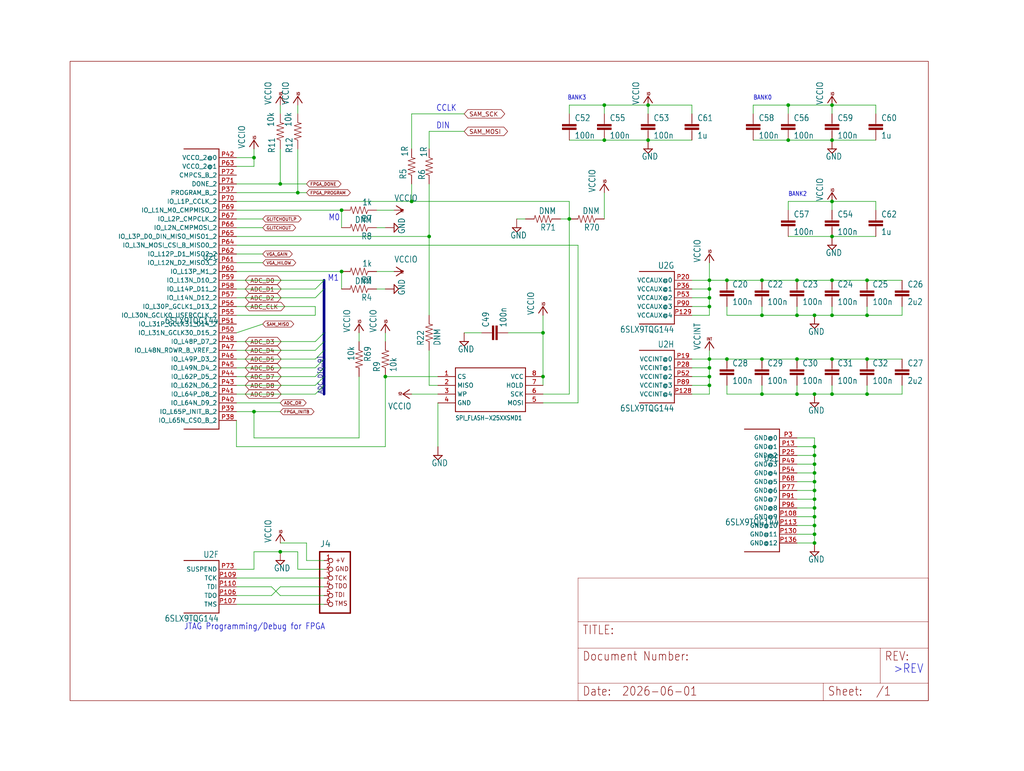
<source format=kicad_sch>
(kicad_sch (version 20230121) (generator eeschema)
  (paper "User" 297.002 223.571)
  (junction (at 205.74 81.28))
  (junction (at 187.96 30.48))
  (junction (at 236.22 157.48))
  (junction (at 236.22 142.24))
  (junction (at 99.06 78.74))
  (junction (at 236.22 149.86))
  (junction (at 124.46 68.58))
  (junction (at 236.22 144.78))
  (junction (at 86.36 55.88))
  (junction (at 205.74 88.9))
  (junction (at 236.22 129.54))
  (junction (at 251.46 91.44))
  (junction (at 205.74 111.76))
  (junction (at 220.98 114.3))
  (junction (at 73.66 119.38))
  (junction (at 205.74 104.14))
  (junction (at 157.48 96.52))
  (junction (at 81.28 160.02))
  (junction (at 236.22 134.62))
  (junction (at 228.6 40.64))
  (junction (at 111.76 109.22))
  (junction (at 228.6 30.48))
  (junction (at 241.3 104.14))
  (junction (at 210.82 104.14))
  (junction (at 220.98 104.14))
  (junction (at 241.3 91.44))
  (junction (at 236.22 137.16))
  (junction (at 231.14 91.44))
  (junction (at 231.14 104.14))
  (junction (at 251.46 114.3))
  (junction (at 205.74 86.36))
  (junction (at 241.3 58.42))
  (junction (at 220.98 91.44))
  (junction (at 236.22 132.08))
  (junction (at 81.28 53.34))
  (junction (at 241.3 114.3))
  (junction (at 236.22 147.32))
  (junction (at 251.46 104.14))
  (junction (at 157.48 109.22))
  (junction (at 241.3 30.48))
  (junction (at 241.3 40.64))
  (junction (at 231.14 114.3))
  (junction (at 236.22 154.94))
  (junction (at 73.66 45.72))
  (junction (at 241.3 81.28))
  (junction (at 236.22 91.44))
  (junction (at 165.1 63.5))
  (junction (at 241.3 68.58))
  (junction (at 210.82 81.28))
  (junction (at 205.74 83.82))
  (junction (at 119.38 58.42))
  (junction (at 236.22 139.7))
  (junction (at 251.46 81.28))
  (junction (at 175.26 40.64))
  (junction (at 231.14 81.28))
  (junction (at 236.22 114.3))
  (junction (at 187.96 40.64))
  (junction (at 205.74 106.68))
  (junction (at 220.98 81.28))
  (junction (at 236.22 152.4))
  (junction (at 175.26 30.48))
  (junction (at 205.74 109.22))
  (junction (at 99.06 60.96))
  (bus_entry (at 91.44 99.06) (size 2.54 -2.54))
  (bus_entry (at 91.44 86.36) (size 2.54 -2.54))
  (bus_entry (at 91.44 111.76) (size 2.54 -2.54))
  (bus_entry (at 91.44 104.14) (size 2.54 -2.54))
  (bus_entry (at 91.44 106.68) (size 2.54 -2.54))
  (bus_entry (at 91.44 114.3) (size 2.54 -2.54))
  (bus_entry (at 91.44 101.6) (size 2.54 -2.54))
  (bus_entry (at 91.44 83.82) (size 2.54 -2.54))
  (bus_entry (at 91.44 109.22) (size 2.54 -2.54))
  (wire (pts (xy 210.82 104.14) (xy 220.98 104.14)) (stroke (width 0.1524)))
  (wire (pts (xy 86.36 30.48) (xy 86.36 33.02)) (stroke (width 0.1524)))
  (wire (pts (xy 68.58 96.52) (xy 76.2 93.98)) (stroke (width 0.1524)))
  (wire (pts (xy 218.44 30.48) (xy 228.6 30.48)) (stroke (width 0.1524)))
  (wire (pts (xy 68.58 48.26) (xy 73.66 48.26)) (stroke (width 0.1524)))
  (wire (pts (xy 241.3 91.44) (xy 251.46 91.44)) (stroke (width 0.1524)))
  (wire (pts (xy 147.32 96.52) (xy 157.48 96.52)) (stroke (width 0.1524)))
  (wire (pts (xy 88.9 162.56) (xy 93.98 162.56)) (stroke (width 0.1524)))
  (wire (pts (xy 167.64 116.84) (xy 157.48 116.84)) (stroke (width 0.1524)))
  (wire (pts (xy 231.14 127) (xy 236.22 127)) (stroke (width 0.1524)))
  (wire (pts (xy 251.46 114.3) (xy 261.62 114.3)) (stroke (width 0.1524)))
  (wire (pts (xy 210.82 114.3) (xy 220.98 114.3)) (stroke (width 0.1524)))
  (wire (pts (xy 68.58 175.26) (xy 93.98 175.26)) (stroke (width 0.1524)))
  (wire (pts (xy 231.14 81.28) (xy 241.3 81.28)) (stroke (width 0.1524)))
  (wire (pts (xy 104.14 109.22) (xy 104.14 127)) (stroke (width 0.1524)))
  (wire (pts (xy 231.14 129.54) (xy 236.22 129.54)) (stroke (width 0.1524)))
  (wire (pts (xy 81.28 172.72) (xy 93.98 172.72)) (stroke (width 0.1524)))
  (wire (pts (xy 205.74 106.68) (xy 205.74 104.14)) (stroke (width 0.1524)))
  (wire (pts (xy 124.46 53.34) (xy 124.46 68.58)) (stroke (width 0.1524)))
  (wire (pts (xy 251.46 91.44) (xy 261.62 91.44)) (stroke (width 0.1524)))
  (bus (pts (xy 93.98 109.22) (xy 93.98 106.68)) (stroke (width 0.762)))
  (wire (pts (xy 220.98 111.76) (xy 220.98 114.3)) (stroke (width 0.1524)))
  (wire (pts (xy 119.38 53.34) (xy 119.38 58.42)) (stroke (width 0.1524)))
  (wire (pts (xy 175.26 30.48) (xy 187.96 30.48)) (stroke (width 0.1524)))
  (wire (pts (xy 236.22 144.78) (xy 236.22 147.32)) (stroke (width 0.1524)))
  (wire (pts (xy 119.38 58.42) (xy 165.1 58.42)) (stroke (width 0.1524)))
  (wire (pts (xy 124.46 68.58) (xy 124.46 91.44)) (stroke (width 0.1524)))
  (wire (pts (xy 241.3 40.64) (xy 254 40.64)) (stroke (width 0.1524)))
  (wire (pts (xy 228.6 30.48) (xy 241.3 30.48)) (stroke (width 0.1524)))
  (wire (pts (xy 68.58 88.9) (xy 91.44 88.9)) (stroke (width 0.1524)))
  (wire (pts (xy 109.22 66.04) (xy 111.76 66.04)) (stroke (width 0.1524)))
  (wire (pts (xy 78.74 172.72) (xy 68.58 172.72)) (stroke (width 0.1524)))
  (wire (pts (xy 228.6 60.96) (xy 228.6 58.42)) (stroke (width 0.1524)))
  (wire (pts (xy 68.58 121.92) (xy 68.58 129.54)) (stroke (width 0.1524)))
  (wire (pts (xy 241.3 30.48) (xy 254 30.48)) (stroke (width 0.1524)))
  (wire (pts (xy 73.66 45.72) (xy 73.66 43.18)) (stroke (width 0.1524)))
  (wire (pts (xy 200.66 81.28) (xy 205.74 81.28)) (stroke (width 0.1524)))
  (wire (pts (xy 228.6 68.58) (xy 241.3 68.58)) (stroke (width 0.1524)))
  (wire (pts (xy 200.66 114.3) (xy 205.74 114.3)) (stroke (width 0.1524)))
  (wire (pts (xy 200.66 83.82) (xy 205.74 83.82)) (stroke (width 0.1524)))
  (wire (pts (xy 165.1 114.3) (xy 157.48 114.3)) (stroke (width 0.1524)))
  (wire (pts (xy 261.62 91.44) (xy 261.62 88.9)) (stroke (width 0.1524)))
  (wire (pts (xy 111.76 129.54) (xy 111.76 109.22)) (stroke (width 0.1524)))
  (wire (pts (xy 210.82 91.44) (xy 220.98 91.44)) (stroke (width 0.1524)))
  (wire (pts (xy 73.66 165.1) (xy 73.66 160.02)) (stroke (width 0.1524)))
  (wire (pts (xy 93.98 165.1) (xy 86.36 165.1)) (stroke (width 0.1524)))
  (wire (pts (xy 88.9 157.48) (xy 88.9 162.56)) (stroke (width 0.1524)))
  (wire (pts (xy 218.44 40.64) (xy 228.6 40.64)) (stroke (width 0.1524)))
  (wire (pts (xy 73.66 119.38) (xy 81.28 119.38)) (stroke (width 0.1524)))
  (bus (pts (xy 93.98 99.06) (xy 93.98 96.52)) (stroke (width 0.762)))
  (wire (pts (xy 236.22 134.62) (xy 236.22 137.16)) (stroke (width 0.1524)))
  (wire (pts (xy 231.14 157.48) (xy 236.22 157.48)) (stroke (width 0.1524)))
  (wire (pts (xy 81.28 53.34) (xy 88.9 53.34)) (stroke (width 0.1524)))
  (wire (pts (xy 200.66 104.14) (xy 205.74 104.14)) (stroke (width 0.1524)))
  (wire (pts (xy 68.58 170.18) (xy 78.74 170.18)) (stroke (width 0.1524)))
  (wire (pts (xy 68.58 101.6) (xy 91.44 101.6)) (stroke (width 0.1524)))
  (wire (pts (xy 81.28 43.18) (xy 81.28 53.34)) (stroke (width 0.1524)))
  (bus (pts (xy 93.98 96.52) (xy 93.98 83.82)) (stroke (width 0.762)))
  (wire (pts (xy 218.44 33.02) (xy 218.44 30.48)) (stroke (width 0.1524)))
  (wire (pts (xy 236.22 152.4) (xy 236.22 154.94)) (stroke (width 0.1524)))
  (wire (pts (xy 68.58 119.38) (xy 73.66 119.38)) (stroke (width 0.1524)))
  (wire (pts (xy 68.58 167.64) (xy 93.98 167.64)) (stroke (width 0.1524)))
  (wire (pts (xy 152.4 63.5) (xy 149.86 63.5)) (stroke (width 0.1524)))
  (wire (pts (xy 91.44 88.9) (xy 91.44 91.44)) (stroke (width 0.1524)))
  (wire (pts (xy 220.98 81.28) (xy 231.14 81.28)) (stroke (width 0.1524)))
  (wire (pts (xy 236.22 154.94) (xy 236.22 157.48)) (stroke (width 0.1524)))
  (wire (pts (xy 210.82 88.9) (xy 210.82 91.44)) (stroke (width 0.1524)))
  (wire (pts (xy 241.3 68.58) (xy 254 68.58)) (stroke (width 0.1524)))
  (wire (pts (xy 68.58 106.68) (xy 91.44 106.68)) (stroke (width 0.1524)))
  (wire (pts (xy 231.14 104.14) (xy 241.3 104.14)) (stroke (width 0.1524)))
  (wire (pts (xy 86.36 43.18) (xy 86.36 55.88)) (stroke (width 0.1524)))
  (wire (pts (xy 111.76 109.22) (xy 127 109.22)) (stroke (width 0.1524)))
  (wire (pts (xy 231.14 88.9) (xy 231.14 91.44)) (stroke (width 0.1524)))
  (wire (pts (xy 93.98 170.18) (xy 81.28 170.18)) (stroke (width 0.1524)))
  (wire (pts (xy 68.58 76.2) (xy 76.2 76.2)) (stroke (width 0.1524)))
  (wire (pts (xy 205.74 88.9) (xy 205.74 86.36)) (stroke (width 0.1524)))
  (wire (pts (xy 124.46 43.18) (xy 124.46 38.1)) (stroke (width 0.1524)))
  (wire (pts (xy 205.74 114.3) (xy 205.74 111.76)) (stroke (width 0.1524)))
  (wire (pts (xy 68.58 165.1) (xy 73.66 165.1)) (stroke (width 0.1524)))
  (wire (pts (xy 236.22 129.54) (xy 236.22 132.08)) (stroke (width 0.1524)))
  (wire (pts (xy 200.66 109.22) (xy 205.74 109.22)) (stroke (width 0.1524)))
  (wire (pts (xy 78.74 170.18) (xy 81.28 172.72)) (stroke (width 0.1524)))
  (wire (pts (xy 220.98 88.9) (xy 220.98 91.44)) (stroke (width 0.1524)))
  (wire (pts (xy 114.3 78.74) (xy 109.22 78.74)) (stroke (width 0.1524)))
  (wire (pts (xy 114.3 60.96) (xy 109.22 60.96)) (stroke (width 0.1524)))
  (wire (pts (xy 228.6 33.02) (xy 228.6 30.48)) (stroke (width 0.1524)))
  (wire (pts (xy 81.28 30.48) (xy 81.28 33.02)) (stroke (width 0.1524)))
  (wire (pts (xy 68.58 116.84) (xy 81.28 116.84)) (stroke (width 0.1524)))
  (wire (pts (xy 236.22 142.24) (xy 236.22 144.78)) (stroke (width 0.1524)))
  (wire (pts (xy 200.66 91.44) (xy 205.74 91.44)) (stroke (width 0.1524)))
  (wire (pts (xy 175.26 40.64) (xy 187.96 40.64)) (stroke (width 0.1524)))
  (wire (pts (xy 165.1 33.02) (xy 165.1 30.48)) (stroke (width 0.1524)))
  (wire (pts (xy 68.58 53.34) (xy 81.28 53.34)) (stroke (width 0.1524)))
  (wire (pts (xy 231.14 111.76) (xy 231.14 114.3)) (stroke (width 0.1524)))
  (wire (pts (xy 205.74 86.36) (xy 205.74 83.82)) (stroke (width 0.1524)))
  (wire (pts (xy 231.14 147.32) (xy 236.22 147.32)) (stroke (width 0.1524)))
  (wire (pts (xy 200.66 86.36) (xy 205.74 86.36)) (stroke (width 0.1524)))
  (wire (pts (xy 231.14 137.16) (xy 236.22 137.16)) (stroke (width 0.1524)))
  (wire (pts (xy 231.14 132.08) (xy 236.22 132.08)) (stroke (width 0.1524)))
  (wire (pts (xy 165.1 30.48) (xy 175.26 30.48)) (stroke (width 0.1524)))
  (wire (pts (xy 205.74 81.28) (xy 205.74 76.2)) (stroke (width 0.1524)))
  (wire (pts (xy 81.28 170.18) (xy 78.74 172.72)) (stroke (width 0.1524)))
  (wire (pts (xy 91.44 91.44) (xy 68.58 91.44)) (stroke (width 0.1524)))
  (wire (pts (xy 210.82 81.28) (xy 220.98 81.28)) (stroke (width 0.1524)))
  (wire (pts (xy 251.46 104.14) (xy 261.62 104.14)) (stroke (width 0.1524)))
  (wire (pts (xy 205.74 83.82) (xy 205.74 81.28)) (stroke (width 0.1524)))
  (wire (pts (xy 241.3 33.02) (xy 241.3 30.48)) (stroke (width 0.1524)))
  (wire (pts (xy 68.58 58.42) (xy 119.38 58.42)) (stroke (width 0.1524)))
  (wire (pts (xy 205.74 104.14) (xy 210.82 104.14)) (stroke (width 0.1524)))
  (wire (pts (xy 205.74 109.22) (xy 205.74 106.68)) (stroke (width 0.1524)))
  (bus (pts (xy 93.98 114.3) (xy 93.98 111.76)) (stroke (width 0.762)))
  (wire (pts (xy 68.58 111.76) (xy 91.44 111.76)) (stroke (width 0.1524)))
  (wire (pts (xy 73.66 48.26) (xy 73.66 45.72)) (stroke (width 0.1524)))
  (wire (pts (xy 68.58 83.82) (xy 91.44 83.82)) (stroke (width 0.1524)))
  (wire (pts (xy 68.58 60.96) (xy 99.06 60.96)) (stroke (width 0.1524)))
  (wire (pts (xy 127 129.54) (xy 127 116.84)) (stroke (width 0.1524)))
  (wire (pts (xy 231.14 149.86) (xy 236.22 149.86)) (stroke (width 0.1524)))
  (bus (pts (xy 93.98 101.6) (xy 93.98 99.06)) (stroke (width 0.762)))
  (wire (pts (xy 210.82 111.76) (xy 210.82 114.3)) (stroke (width 0.1524)))
  (wire (pts (xy 124.46 101.6) (xy 124.46 111.76)) (stroke (width 0.1524)))
  (wire (pts (xy 241.3 81.28) (xy 251.46 81.28)) (stroke (width 0.1524)))
  (wire (pts (xy 251.46 88.9) (xy 251.46 91.44)) (stroke (width 0.1524)))
  (wire (pts (xy 251.46 111.76) (xy 251.46 114.3)) (stroke (width 0.1524)))
  (wire (pts (xy 68.58 129.54) (xy 111.76 129.54)) (stroke (width 0.1524)))
  (wire (pts (xy 157.48 96.52) (xy 157.48 91.44)) (stroke (width 0.1524)))
  (wire (pts (xy 236.22 91.44) (xy 241.3 91.44)) (stroke (width 0.1524)))
  (wire (pts (xy 111.76 96.52) (xy 111.76 99.06)) (stroke (width 0.1524)))
  (wire (pts (xy 231.14 154.94) (xy 236.22 154.94)) (stroke (width 0.1524)))
  (wire (pts (xy 165.1 40.64) (xy 175.26 40.64)) (stroke (width 0.1524)))
  (wire (pts (xy 68.58 81.28) (xy 93.98 81.28)) (stroke (width 0.1524)))
  (wire (pts (xy 231.14 114.3) (xy 236.22 114.3)) (stroke (width 0.1524)))
  (wire (pts (xy 236.22 149.86) (xy 236.22 152.4)) (stroke (width 0.1524)))
  (wire (pts (xy 99.06 66.04) (xy 99.06 60.96)) (stroke (width 0.1524)))
  (wire (pts (xy 236.22 147.32) (xy 236.22 149.86)) (stroke (width 0.1524)))
  (wire (pts (xy 220.98 104.14) (xy 231.14 104.14)) (stroke (width 0.1524)))
  (wire (pts (xy 205.74 91.44) (xy 205.74 88.9)) (stroke (width 0.1524)))
  (wire (pts (xy 68.58 73.66) (xy 76.2 73.66)) (stroke (width 0.1524)))
  (wire (pts (xy 175.26 33.02) (xy 175.26 30.48)) (stroke (width 0.1524)))
  (wire (pts (xy 200.66 88.9) (xy 205.74 88.9)) (stroke (width 0.1524)))
  (wire (pts (xy 73.66 127) (xy 73.66 119.38)) (stroke (width 0.1524)))
  (wire (pts (xy 231.14 152.4) (xy 236.22 152.4)) (stroke (width 0.1524)))
  (wire (pts (xy 187.96 33.02) (xy 187.96 30.48)) (stroke (width 0.1524)))
  (wire (pts (xy 157.48 109.22) (xy 157.48 96.52)) (stroke (width 0.1524)))
  (wire (pts (xy 241.3 88.9) (xy 241.3 91.44)) (stroke (width 0.1524)))
  (wire (pts (xy 86.36 55.88) (xy 68.58 55.88)) (stroke (width 0.1524)))
  (wire (pts (xy 86.36 165.1) (xy 86.36 160.02)) (stroke (width 0.1524)))
  (wire (pts (xy 205.74 81.28) (xy 210.82 81.28)) (stroke (width 0.1524)))
  (wire (pts (xy 236.22 132.08) (xy 236.22 134.62)) (stroke (width 0.1524)))
  (wire (pts (xy 241.3 111.76) (xy 241.3 114.3)) (stroke (width 0.1524)))
  (wire (pts (xy 124.46 111.76) (xy 127 111.76)) (stroke (width 0.1524)))
  (wire (pts (xy 236.22 139.7) (xy 236.22 142.24)) (stroke (width 0.1524)))
  (wire (pts (xy 88.9 55.88) (xy 86.36 55.88)) (stroke (width 0.1524)))
  (wire (pts (xy 200.66 111.76) (xy 205.74 111.76)) (stroke (width 0.1524)))
  (wire (pts (xy 241.3 58.42) (xy 254 58.42)) (stroke (width 0.1524)))
  (wire (pts (xy 231.14 144.78) (xy 236.22 144.78)) (stroke (width 0.1524)))
  (wire (pts (xy 73.66 160.02) (xy 81.28 160.02)) (stroke (width 0.1524)))
  (wire (pts (xy 68.58 114.3) (xy 91.44 114.3)) (stroke (width 0.1524)))
  (wire (pts (xy 175.26 63.5) (xy 175.26 55.88)) (stroke (width 0.1524)))
  (wire (pts (xy 228.6 58.42) (xy 241.3 58.42)) (stroke (width 0.1524)))
  (wire (pts (xy 236.22 114.3) (xy 241.3 114.3)) (stroke (width 0.1524)))
  (wire (pts (xy 220.98 114.3) (xy 231.14 114.3)) (stroke (width 0.1524)))
  (wire (pts (xy 139.7 96.52) (xy 134.62 96.52)) (stroke (width 0.1524)))
  (wire (pts (xy 236.22 137.16) (xy 236.22 139.7)) (stroke (width 0.1524)))
  (wire (pts (xy 165.1 63.5) (xy 165.1 114.3)) (stroke (width 0.1524)))
  (wire (pts (xy 241.3 114.3) (xy 251.46 114.3)) (stroke (width 0.1524)))
  (bus (pts (xy 93.98 106.68) (xy 93.98 104.14)) (stroke (width 0.762)))
  (wire (pts (xy 157.48 111.76) (xy 157.48 109.22)) (stroke (width 0.1524)))
  (wire (pts (xy 119.38 43.18) (xy 119.38 33.02)) (stroke (width 0.1524)))
  (wire (pts (xy 254 58.42) (xy 254 60.96)) (stroke (width 0.1524)))
  (wire (pts (xy 119.38 114.3) (xy 127 114.3)) (stroke (width 0.1524)))
  (wire (pts (xy 231.14 134.62) (xy 236.22 134.62)) (stroke (width 0.1524)))
  (wire (pts (xy 165.1 63.5) (xy 162.56 63.5)) (stroke (width 0.1524)))
  (wire (pts (xy 119.38 33.02) (xy 134.62 33.02)) (stroke (width 0.1524)))
  (wire (pts (xy 187.96 30.48) (xy 200.66 30.48)) (stroke (width 0.1524)))
  (wire (pts (xy 228.6 40.64) (xy 241.3 40.64)) (stroke (width 0.1524)))
  (wire (pts (xy 231.14 142.24) (xy 236.22 142.24)) (stroke (width 0.1524)))
  (wire (pts (xy 231.14 91.44) (xy 236.22 91.44)) (stroke (width 0.1524)))
  (wire (pts (xy 165.1 58.42) (xy 165.1 63.5)) (stroke (width 0.1524)))
  (wire (pts (xy 68.58 109.22) (xy 91.44 109.22)) (stroke (width 0.1524)))
  (wire (pts (xy 111.76 83.82) (xy 109.22 83.82)) (stroke (width 0.1524)))
  (wire (pts (xy 205.74 104.14) (xy 205.74 101.6)) (stroke (width 0.1524)))
  (wire (pts (xy 236.22 127) (xy 236.22 129.54)) (stroke (width 0.1524)))
  (wire (pts (xy 220.98 91.44) (xy 231.14 91.44)) (stroke (width 0.1524)))
  (wire (pts (xy 167.64 71.12) (xy 167.64 116.84)) (stroke (width 0.1524)))
  (wire (pts (xy 99.06 83.82) (xy 99.06 78.74)) (stroke (width 0.1524)))
  (wire (pts (xy 200.66 106.68) (xy 205.74 106.68)) (stroke (width 0.1524)))
  (bus (pts (xy 93.98 111.76) (xy 93.98 109.22)) (stroke (width 0.762)))
  (wire (pts (xy 68.58 63.5) (xy 76.2 63.5)) (stroke (width 0.1524)))
  (wire (pts (xy 200.66 30.48) (xy 200.66 33.02)) (stroke (width 0.1524)))
  (wire (pts (xy 68.58 68.58) (xy 124.46 68.58)) (stroke (width 0.1524)))
  (wire (pts (xy 68.58 78.74) (xy 99.06 78.74)) (stroke (width 0.1524)))
  (wire (pts (xy 68.58 86.36) (xy 91.44 86.36)) (stroke (width 0.1524)))
  (wire (pts (xy 86.36 160.02) (xy 81.28 160.02)) (stroke (width 0.1524)))
  (wire (pts (xy 205.74 111.76) (xy 205.74 109.22)) (stroke (width 0.1524)))
  (wire (pts (xy 68.58 99.06) (xy 91.44 99.06)) (stroke (width 0.1524)))
  (wire (pts (xy 68.58 66.04) (xy 76.2 66.04)) (stroke (width 0.1524)))
  (wire (pts (xy 251.46 81.28) (xy 261.62 81.28)) (stroke (width 0.1524)))
  (wire (pts (xy 241.3 58.42) (xy 241.3 60.96)) (stroke (width 0.1524)))
  (wire (pts (xy 68.58 71.12) (xy 167.64 71.12)) (stroke (width 0.1524)))
  (wire (pts (xy 231.14 139.7) (xy 236.22 139.7)) (stroke (width 0.1524)))
  (wire (pts (xy 124.46 38.1) (xy 134.62 38.1)) (stroke (width 0.1524)))
  (wire (pts (xy 261.62 114.3) (xy 261.62 111.76)) (stroke (width 0.1524)))
  (wire (pts (xy 68.58 45.72) (xy 73.66 45.72)) (stroke (width 0.1524)))
  (wire (pts (xy 187.96 40.64) (xy 200.66 40.64)) (stroke (width 0.1524)))
  (wire (pts (xy 254 30.48) (xy 254 33.02)) (stroke (width 0.1524)))
  (wire (pts (xy 104.14 96.52) (xy 104.14 99.06)) (stroke (width 0.1524)))
  (bus (pts (xy 93.98 104.14) (xy 93.98 101.6)) (stroke (width 0.762)))
  (wire (pts (xy 81.28 157.48) (xy 88.9 157.48)) (stroke (width 0.1524)))
  (wire (pts (xy 241.3 104.14) (xy 251.46 104.14)) (stroke (width 0.1524)))
  (wire (pts (xy 104.14 127) (xy 73.66 127)) (stroke (width 0.1524)))
  (bus (pts (xy 93.98 83.82) (xy 93.98 81.28)) (stroke (width 0.762)))
  (wire (pts (xy 68.58 104.14) (xy 91.44 104.14)) (stroke (width 0.1524)))
  (text ">REV" (at 259.08 195.58 0) (effects (font (size 2.54 2.159)) (justify left bottom)))
  (text "JTAG Programming/Debug for FPGA" (at 53.34 182.88 0) (effects (font (size 1.778 1.5113)) (justify left bottom)))
  (text "BANK3" (at 164.592 29.21 0) (effects (font (size 1.27 1.0795)) (justify left bottom)))
  (text "BANK2" (at 228.6 57.15 0) (effects (font (size 1.27 1.0795)) (justify left bottom)))
  (text "DIN" (at 126.492 37.592 0) (effects (font (size 1.778 1.5113)) (justify left bottom)))
  (text "M1" (at 94.996 81.788 0) (effects (font (size 1.778 1.5113)) (justify left bottom)))
  (text "BANK0" (at 218.44 29.21 0) (effects (font (size 1.27 1.0795)) (justify left bottom)))
  (text "M0" (at 95.25 64.262 0) (effects (font (size 1.778 1.5113)) (justify left bottom)))
  (text "CCLK" (at 126.492 32.512 0) (effects (font (size 1.778 1.5113)) (justify left bottom)))
  (label "ADC_D[0..9]" (at 93.98 114.3 90) (effects (font (size 1.2446 1.2446))))
  (global_label "ADC_D2" (shape bidirectional) (at 71.12 86.36 0) (effects (font (size 1.2446 1.2446))) (property "Intersheetrefs" "${INTERSHEET_REFS}" (effects hide)))
  (global_label "SAM_SCK" (shape bidirectional) (at 134.62 33.02 0) (effects (font (size 1.2446 1.2446))) (property "Intersheetrefs" "${INTERSHEET_REFS}" (effects hide)))
  (global_label "ADC_D6" (shape bidirectional) (at 71.12 106.68 0) (effects (font (size 1.2446 1.2446))) (property "Intersheetrefs" "${INTERSHEET_REFS}" (effects hide)))
  (global_label "FPGA_INITB" (shape bidirectional) (at 81.28 119.38 0) (effects (font (size 0.889 0.889))) (property "Intersheetrefs" "${INTERSHEET_REFS}" (effects hide)))
  (global_label "SAM_MOSI" (shape bidirectional) (at 134.62 38.1 0) (effects (font (size 1.2446 1.2446))) (property "Intersheetrefs" "${INTERSHEET_REFS}" (effects hide)))
  (global_label "ADC_D1" (shape bidirectional) (at 71.12 83.82 0) (effects (font (size 1.2446 1.2446))) (property "Intersheetrefs" "${INTERSHEET_REFS}" (effects hide)))
  (global_label "ADC_OR" (shape bidirectional) (at 81.28 116.84 0) (effects (font (size 0.889 0.889))) (property "Intersheetrefs" "${INTERSHEET_REFS}" (effects hide)))
  (global_label "ADC_D8" (shape bidirectional) (at 71.12 111.76 0) (effects (font (size 1.2446 1.2446))) (property "Intersheetrefs" "${INTERSHEET_REFS}" (effects hide)))
  (global_label "SAM_MISO" (shape bidirectional) (at 76.2 93.98 0) (effects (font (size 0.889 0.889))) (property "Intersheetrefs" "${INTERSHEET_REFS}" (effects hide)))
  (global_label "GLITCHOUTLP" (shape bidirectional) (at 76.2 63.5 0) (effects (font (size 0.889 0.889))) (property "Intersheetrefs" "${INTERSHEET_REFS}" (effects hide)))
  (global_label "ADC_D0" (shape bidirectional) (at 71.12 81.28 0) (effects (font (size 1.2446 1.2446))) (property "Intersheetrefs" "${INTERSHEET_REFS}" (effects hide)))
  (global_label "ADC_CLK" (shape bidirectional) (at 71.12 88.9 0) (effects (font (size 1.2446 1.2446))) (property "Intersheetrefs" "${INTERSHEET_REFS}" (effects hide)))
  (global_label "VGA_GAIN" (shape bidirectional) (at 76.2 73.66 0) (effects (font (size 0.889 0.889))) (property "Intersheetrefs" "${INTERSHEET_REFS}" (effects hide)))
  (global_label "ADC_D4" (shape bidirectional) (at 71.12 101.6 0) (effects (font (size 1.2446 1.2446))) (property "Intersheetrefs" "${INTERSHEET_REFS}" (effects hide)))
  (global_label "ADC_D7" (shape bidirectional) (at 71.12 109.22 0) (effects (font (size 1.2446 1.2446))) (property "Intersheetrefs" "${INTERSHEET_REFS}" (effects hide)))
  (global_label "ADC_D5" (shape bidirectional) (at 71.12 104.14 0) (effects (font (size 1.2446 1.2446))) (property "Intersheetrefs" "${INTERSHEET_REFS}" (effects hide)))
  (global_label "ADC_D9" (shape bidirectional) (at 71.12 114.3 0) (effects (font (size 1.2446 1.2446))) (property "Intersheetrefs" "${INTERSHEET_REFS}" (effects hide)))
  (global_label "FPGA_PROGRAM" (shape bidirectional) (at 88.9 55.88 0) (effects (font (size 0.889 0.889))) (property "Intersheetrefs" "${INTERSHEET_REFS}" (effects hide)))
  (global_label "GLITCHOUT" (shape bidirectional) (at 76.2 66.04 0) (effects (font (size 0.889 0.889))) (property "Intersheetrefs" "${INTERSHEET_REFS}" (effects hide)))
  (global_label "ADC_D3" (shape bidirectional) (at 71.12 99.06 0) (effects (font (size 1.2446 1.2446))) (property "Intersheetrefs" "${INTERSHEET_REFS}" (effects hide)))
  (global_label "FPGA_DONE" (shape bidirectional) (at 88.9 53.34 0) (effects (font (size 0.889 0.889))) (property "Intersheetrefs" "${INTERSHEET_REFS}" (effects hide)))
  (global_label "VGA_HILOW" (shape bidirectional) (at 76.2 76.2 0) (effects (font (size 0.889 0.889))) (property "Intersheetrefs" "${INTERSHEET_REFS}" (effects hide)))
  (symbol (lib_id "cw-lite-main-eagle-import:VCCIO") (at 111.76 93.98 0) (unit 1)
    (property "Reference" "#VCC7" (effects hide))
    (property "Value" "VCCIO" (at 109.22 96.52 90) (effects (font (size 1.778 1.5113)) (justify left bottom)))
  )
  (symbol (lib_id "cw-lite-main-eagle-import:SPI_FLASH-X25XXSMD1") (at 142.24 111.76 0) (unit 1)
    (property "Reference" "U9" (effects hide))
    (property "Value" "SPI_FLASH-X25XXSMD1" (at 132.08 121.92 0) (effects (font (size 1.27 1.0795)) (justify left bottom)))
    (property "Footprint" "cw-lite-main:SO08-EIAJ" (effects hide))
  )
  (symbol (lib_id "cw-lite-main-eagle-import:custom-std_CAP0402-CAP") (at 175.26 38.1 0) (unit 1)
    (property "Reference" "C55" (at 176.784 35.179 0) (effects (font (size 1.778 1.5113)) (justify left bottom)))
    (property "Value" "100n" (at 176.784 40.259 0) (effects (font (size 1.778 1.5113)) (justify left bottom)))
    (property "Footprint" "cw-lite-main:0402C" (effects hide))
  )
  (symbol (lib_id "cw-lite-main-eagle-import:VCCIO") (at 157.48 88.9 0) (unit 1)
    (property "Reference" "#VCC2" (effects hide))
    (property "Value" "VCCIO" (at 154.94 91.44 90) (effects (font (size 1.778 1.5113)) (justify left bottom)))
  )
  (symbol (lib_id "cw-lite-main-eagle-import:VCCIO") (at 104.14 93.98 0) (unit 1)
    (property "Reference" "#VCC28" (effects hide))
    (property "Value" "VCCIO" (at 101.6 96.52 90) (effects (font (size 1.778 1.5113)) (justify left bottom)))
  )
  (symbol (lib_id "cw-lite-main-eagle-import:custom-std_CAP0603-CAP") (at 200.66 38.1 0) (unit 1)
    (property "Reference" "C61" (at 202.184 35.179 0) (effects (font (size 1.778 1.5113)) (justify left bottom)))
    (property "Value" "1u" (at 202.184 40.259 0) (effects (font (size 1.778 1.5113)) (justify left bottom)))
    (property "Footprint" "cw-lite-main:0603C" (effects hide))
    (property "OC_DIGIKEY" "490-1550-1-ND" (effects hide))
  )
  (symbol (lib_id "cw-lite-main-eagle-import:VCCIO") (at 116.84 60.96 270) (unit 1)
    (property "Reference" "#VCC3" (effects hide))
    (property "Value" "VCCIO" (at 114.3 58.42 90) (effects (font (size 1.778 1.5113)) (justify left bottom)))
  )
  (symbol (lib_id "cw-lite-main-eagle-import:CAP0402-CAP") (at 241.3 109.22 0) (unit 1)
    (property "Reference" "C31" (at 242.824 106.299 0) (effects (font (size 1.778 1.5113)) (justify left bottom)))
    (property "Value" "100n" (at 242.824 111.379 0) (effects (font (size 1.778 1.5113)) (justify left bottom)))
    (property "Footprint" "cw-lite-main:0402C" (effects hide))
  )
  (symbol (lib_id "cw-lite-main-eagle-import:RES0402-RES") (at 170.18 63.5 180) (unit 1)
    (property "Reference" "R70" (at 173.99 64.9986 0) (effects (font (size 1.778 1.5113)) (justify left bottom)))
    (property "Value" "DNM" (at 173.99 60.198 0) (effects (font (size 1.778 1.5113)) (justify left bottom)))
    (property "Footprint" "cw-lite-main:0402R" (effects hide))
  )
  (symbol (lib_id "cw-lite-main-eagle-import:custom-std_CAP0402-CAP") (at 241.3 38.1 0) (unit 1)
    (property "Reference" "C59" (at 242.824 35.179 0) (effects (font (size 1.778 1.5113)) (justify left bottom)))
    (property "Value" "100n" (at 242.824 40.259 0) (effects (font (size 1.778 1.5113)) (justify left bottom)))
    (property "Footprint" "cw-lite-main:0402C" (effects hide))
  )
  (symbol (lib_id "cw-lite-main-eagle-import:RES0603-RES") (at 104.14 78.74 180) (unit 1)
    (property "Reference" "R3" (at 107.95 80.2386 0) (effects (font (size 1.778 1.5113)) (justify left bottom)))
    (property "Value" "1k" (at 107.95 75.438 0) (effects (font (size 1.778 1.5113)) (justify left bottom)))
    (property "Footprint" "cw-lite-main:0603R" (effects hide))
  )
  (symbol (lib_id "cw-lite-main-eagle-import:RES0402-RES") (at 104.14 104.14 270) (unit 1)
    (property "Reference" "R69" (at 105.6386 100.33 0) (effects (font (size 1.778 1.5113)) (justify left bottom)))
    (property "Value" "10k" (at 100.838 100.33 0) (effects (font (size 1.778 1.5113)) (justify left bottom)))
    (property "Footprint" "cw-lite-main:0402R" (effects hide))
  )
  (symbol (lib_id "cw-lite-main-eagle-import:RES0603-RES") (at 124.46 96.52 90) (unit 1)
    (property "Reference" "R22" (at 122.9614 100.33 0) (effects (font (size 1.778 1.5113)) (justify left bottom)))
    (property "Value" "DNM" (at 127.762 100.33 0) (effects (font (size 1.778 1.5113)) (justify left bottom)))
    (property "Footprint" "cw-lite-main:0603R" (effects hide))
  )
  (symbol (lib_id "cw-lite-main-eagle-import:CAP0402-CAP") (at 210.82 86.36 0) (unit 1)
    (property "Reference" "C20" (at 212.344 83.439 0) (effects (font (size 1.778 1.5113)) (justify left bottom)))
    (property "Value" "100n" (at 212.344 88.519 0) (effects (font (size 1.778 1.5113)) (justify left bottom)))
    (property "Footprint" "cw-lite-main:0402C" (effects hide))
  )
  (symbol (lib_id "cw-lite-main-eagle-import:VCCIO") (at 175.26 53.34 0) (unit 1)
    (property "Reference" "#VCC29" (effects hide))
    (property "Value" "VCCIO" (at 172.72 55.88 90) (effects (font (size 1.778 1.5113)) (justify left bottom)))
  )
  (symbol (lib_id "cw-lite-main-eagle-import:CAP0402-CAP") (at 251.46 86.36 0) (unit 1)
    (property "Reference" "C25" (at 252.984 83.439 0) (effects (font (size 1.778 1.5113)) (justify left bottom)))
    (property "Value" "100n" (at 252.984 88.519 0) (effects (font (size 1.778 1.5113)) (justify left bottom)))
    (property "Footprint" "cw-lite-main:0402C" (effects hide))
  )
  (symbol (lib_id "cw-lite-main-eagle-import:CON_HEADER_PRG_XILINX_JTAG6") (at 93.98 167.64 0) (unit 1)
    (property "Reference" "J4" (at 92.71 158.75 0) (effects (font (size 1.778 1.778)) (justify left bottom)))
    (property "Value" "CON_HEADER_PRG_XILINX_JTAG6" (effects hide))
    (property "Footprint" "cw-lite-main:HEADER_PRG_1X06" (effects hide))
  )
  (symbol (lib_id "cw-lite-main-eagle-import:RES0603-RES") (at 104.14 60.96 180) (unit 1)
    (property "Reference" "R7" (at 107.95 62.4586 0) (effects (font (size 1.778 1.5113)) (justify left bottom)))
    (property "Value" "1k" (at 107.95 57.658 0) (effects (font (size 1.778 1.5113)) (justify left bottom)))
    (property "Footprint" "cw-lite-main:0603R" (effects hide))
  )
  (symbol (lib_id "cw-lite-main-eagle-import:6SLX9TQG144") (at 195.58 109.22 0) (unit 8)
    (property "Reference" "U2" (at 195.58 100.838 0) (effects (font (size 1.778 1.5113)) (justify right bottom)))
    (property "Value" "6SLX9TQG144" (at 195.58 119.38 0) (effects (font (size 1.778 1.5113)) (justify right bottom)))
    (property "Footprint" "cw-lite-main:TQ144" (effects hide))
    (property "MPN" "XC6SLX9-3TQG144C" (effects hide))
    (property "OC_DIGIKEY" "122-1748-ND" (effects hide))
  )
  (symbol (lib_id "cw-lite-main-eagle-import:CAP0603-CAP") (at 261.62 109.22 0) (unit 1)
    (property "Reference" "C27" (at 263.144 106.299 0) (effects (font (size 1.778 1.5113)) (justify left bottom)))
    (property "Value" "2u2" (at 263.144 111.379 0) (effects (font (size 1.778 1.5113)) (justify left bottom)))
    (property "Footprint" "cw-lite-main:0603C" (effects hide))
    (property "OC_DIGIKEY" "490-1552-1-ND" (effects hide))
  )
  (symbol (lib_id "cw-lite-main-eagle-import:CAP0402-CAP") (at 241.3 86.36 0) (unit 1)
    (property "Reference" "C24" (at 242.824 83.439 0) (effects (font (size 1.778 1.5113)) (justify left bottom)))
    (property "Value" "100n" (at 242.824 88.519 0) (effects (font (size 1.778 1.5113)) (justify left bottom)))
    (property "Footprint" "cw-lite-main:0402C" (effects hide))
  )
  (symbol (lib_id "cw-lite-main-eagle-import:GND") (at 149.86 66.04 0) (unit 1)
    (property "Reference" "#SUPPLY116" (effects hide))
    (property "Value" "GND" (at 147.955 69.215 0) (effects (font (size 1.778 1.5113)) (justify left bottom)))
  )
  (symbol (lib_id "cw-lite-main-eagle-import:CAP0402-CAP") (at 210.82 109.22 0) (unit 1)
    (property "Reference" "C28" (at 212.344 106.299 0) (effects (font (size 1.778 1.5113)) (justify left bottom)))
    (property "Value" "100n" (at 212.344 111.379 0) (effects (font (size 1.778 1.5113)) (justify left bottom)))
    (property "Footprint" "cw-lite-main:0402C" (effects hide))
  )
  (symbol (lib_id "cw-lite-main-eagle-import:VCCINT") (at 205.74 99.06 0) (unit 1)
    (property "Reference" "#VCC10" (effects hide))
    (property "Value" "VCCINT" (at 203.2 101.6 90) (effects (font (size 1.778 1.5113)) (justify left bottom)))
  )
  (symbol (lib_id "cw-lite-main-eagle-import:GND") (at 187.96 43.18 0) (unit 1)
    (property "Reference" "#SUPPLY104" (effects hide))
    (property "Value" "GND" (at 186.055 46.355 0) (effects (font (size 1.778 1.5113)) (justify left bottom)))
  )
  (symbol (lib_id "cw-lite-main-eagle-import:CAP0402-CAP") (at 220.98 109.22 0) (unit 1)
    (property "Reference" "C29" (at 222.504 106.299 0) (effects (font (size 1.778 1.5113)) (justify left bottom)))
    (property "Value" "100n" (at 222.504 111.379 0) (effects (font (size 1.778 1.5113)) (justify left bottom)))
    (property "Footprint" "cw-lite-main:0402C" (effects hide))
  )
  (symbol (lib_id "cw-lite-main-eagle-import:GND") (at 236.22 93.98 0) (unit 1)
    (property "Reference" "#SUPPLY25" (effects hide))
    (property "Value" "GND" (at 234.315 97.155 0) (effects (font (size 1.778 1.5113)) (justify left bottom)))
  )
  (symbol (lib_id "cw-lite-main-eagle-import:VCCIO") (at 116.84 114.3 90) (unit 1)
    (property "Reference" "#VCC8" (effects hide))
    (property "Value" "VCCIO" (at 119.38 116.84 90) (effects (font (size 1.778 1.5113)) (justify left bottom)))
  )
  (symbol (lib_id "cw-lite-main-eagle-import:RES0402-RES") (at 81.28 38.1 90) (unit 1)
    (property "Reference" "R11" (at 79.7814 44.45 0) (effects (font (size 1.778 1.5113)) (justify left bottom)))
    (property "Value" "10k" (at 79.502 36.83 0) (effects (font (size 1.778 1.5113)) (justify left bottom)))
    (property "Footprint" "cw-lite-main:0402R" (effects hide))
  )
  (symbol (lib_id "cw-lite-main-eagle-import:VCCIO") (at 116.84 78.74 270) (unit 1)
    (property "Reference" "#VCC4" (effects hide))
    (property "Value" "VCCIO" (at 114.3 76.2 90) (effects (font (size 1.778 1.5113)) (justify left bottom)))
  )
  (symbol (lib_id "cw-lite-main-eagle-import:CAP0402-CAP") (at 251.46 109.22 0) (unit 1)
    (property "Reference" "C32" (at 252.984 106.299 0) (effects (font (size 1.778 1.5113)) (justify left bottom)))
    (property "Value" "100n" (at 252.984 111.379 0) (effects (font (size 1.778 1.5113)) (justify left bottom)))
    (property "Footprint" "cw-lite-main:0402C" (effects hide))
  )
  (symbol (lib_id "cw-lite-main-eagle-import:VCCIO") (at 81.28 154.94 0) (unit 1)
    (property "Reference" "#VCC13" (effects hide))
    (property "Value" "VCCIO" (at 78.74 157.48 90) (effects (font (size 1.778 1.5113)) (justify left bottom)))
  )
  (symbol (lib_id "cw-lite-main-eagle-import:RES0402-RES") (at 157.48 63.5 180) (unit 1)
    (property "Reference" "R71" (at 161.29 64.9986 0) (effects (font (size 1.778 1.5113)) (justify left bottom)))
    (property "Value" "DNM" (at 161.29 60.198 0) (effects (font (size 1.778 1.5113)) (justify left bottom)))
    (property "Footprint" "cw-lite-main:0402R" (effects hide))
  )
  (symbol (lib_id "cw-lite-main-eagle-import:LETTER_L") (at 20.32 203.2 0) (unit 1)
    (property "Reference" "#FRAME2" (effects hide))
    (property "Value" "LETTER_L" (effects hide))
  )
  (symbol (lib_id "cw-lite-main-eagle-import:6SLX9TQG144") (at 63.5 83.82 0) (unit 3)
    (property "Reference" "U2" (at 63.5 75.438 0) (effects (font (size 1.778 1.5113)) (justify right bottom)))
    (property "Value" "6SLX9TQG144" (at 63.5 93.98 0) (effects (font (size 1.778 1.5113)) (justify right bottom)))
    (property "Footprint" "cw-lite-main:TQ144" (effects hide))
    (property "MPN" "XC6SLX9-3TQG144C" (effects hide))
    (property "OC_DIGIKEY" "122-1748-ND" (effects hide))
  )
  (symbol (lib_id "cw-lite-main-eagle-import:LETTER_L") (at 167.64 203.2 0) (unit 2)
    (property "Reference" "#FRAME2" (effects hide))
    (property "Value" "LETTER_L" (effects hide))
  )
  (symbol (lib_id "cw-lite-main-eagle-import:RES0603-RES") (at 104.14 83.82 180) (unit 1)
    (property "Reference" "R4" (at 107.95 85.3186 0) (effects (font (size 1.778 1.5113)) (justify left bottom)))
    (property "Value" "DNM" (at 107.95 80.518 0) (effects (font (size 1.778 1.5113)) (justify left bottom)))
    (property "Footprint" "cw-lite-main:0603R" (effects hide))
  )
  (symbol (lib_id "cw-lite-main-eagle-import:CAP0603-CAP") (at 144.78 96.52 90) (unit 1)
    (property "Reference" "C49" (at 141.859 94.996 0) (effects (font (size 1.778 1.5113)) (justify left bottom)))
    (property "Value" "100n" (at 146.939 94.996 0) (effects (font (size 1.778 1.5113)) (justify left bottom)))
    (property "Footprint" "cw-lite-main:0603C" (effects hide))
  )
  (symbol (lib_id "cw-lite-main-eagle-import:custom-std_CAP0402-CAP") (at 218.44 38.1 0) (unit 1)
    (property "Reference" "C58" (at 219.964 35.179 0) (effects (font (size 1.778 1.5113)) (justify left bottom)))
    (property "Value" "100n" (at 219.964 40.259 0) (effects (font (size 1.778 1.5113)) (justify left bottom)))
    (property "Footprint" "cw-lite-main:0402C" (effects hide))
  )
  (symbol (lib_id "cw-lite-main-eagle-import:VCCIO") (at 241.3 55.88 0) (unit 1)
    (property "Reference" "#VCC25" (effects hide))
    (property "Value" "VCCIO" (at 238.76 58.42 90) (effects (font (size 1.778 1.5113)) (justify left bottom)))
  )
  (symbol (lib_id "cw-lite-main-eagle-import:VCCIO") (at 81.28 27.94 0) (unit 1)
    (property "Reference" "#VCC6" (effects hide))
    (property "Value" "VCCIO" (at 78.74 30.48 90) (effects (font (size 1.778 1.5113)) (justify left bottom)))
  )
  (symbol (lib_id "cw-lite-main-eagle-import:custom-std_CAP0402-CAP") (at 228.6 66.04 0) (unit 1)
    (property "Reference" "C57" (at 230.124 63.119 0) (effects (font (size 1.778 1.5113)) (justify left bottom)))
    (property "Value" "100n" (at 230.124 68.199 0) (effects (font (size 1.778 1.5113)) (justify left bottom)))
    (property "Footprint" "cw-lite-main:0402C" (effects hide))
  )
  (symbol (lib_id "cw-lite-main-eagle-import:custom-std_CAP0402-CAP") (at 187.96 38.1 0) (unit 1)
    (property "Reference" "C53" (at 189.484 35.179 0) (effects (font (size 1.778 1.5113)) (justify left bottom)))
    (property "Value" "100n" (at 189.484 40.259 0) (effects (font (size 1.778 1.5113)) (justify left bottom)))
    (property "Footprint" "cw-lite-main:0402C" (effects hide))
  )
  (symbol (lib_id "cw-lite-main-eagle-import:GND") (at 236.22 116.84 0) (unit 1)
    (property "Reference" "#SUPPLY24" (effects hide))
    (property "Value" "GND" (at 234.315 120.015 0) (effects (font (size 1.778 1.5113)) (justify left bottom)))
  )
  (symbol (lib_id "cw-lite-main-eagle-import:custom-std_CAP0603-CAP") (at 254 66.04 0) (unit 1)
    (property "Reference" "C62" (at 255.524 63.119 0) (effects (font (size 1.778 1.5113)) (justify left bottom)))
    (property "Value" "1u" (at 255.524 68.199 0) (effects (font (size 1.778 1.5113)) (justify left bottom)))
    (property "Footprint" "cw-lite-main:0603C" (effects hide))
    (property "OC_DIGIKEY" "490-1550-1-ND" (effects hide))
  )
  (symbol (lib_id "cw-lite-main-eagle-import:RES0402-RES") (at 124.46 48.26 270) (unit 1)
    (property "Reference" "R6" (at 121.3866 49.022 0) (effects (font (size 1.778 1.5113)) (justify left bottom)))
    (property "Value" "1R" (at 121.92 42.418 0) (effects (font (size 1.778 1.5113)) (justify left bottom)))
    (property "Footprint" "cw-lite-main:0402R" (effects hide))
  )
  (symbol (lib_id "cw-lite-main-eagle-import:VCCIO") (at 187.96 27.94 0) (unit 1)
    (property "Reference" "#VCC24" (effects hide))
    (property "Value" "VCCIO" (at 185.42 30.48 90) (effects (font (size 1.778 1.5113)) (justify left bottom)))
  )
  (symbol (lib_id "cw-lite-main-eagle-import:GND") (at 134.62 99.06 0) (unit 1)
    (property "Reference" "#SUPPLY50" (effects hide))
    (property "Value" "GND" (at 132.715 102.235 0) (effects (font (size 1.778 1.5113)) (justify left bottom)))
  )
  (symbol (lib_id "cw-lite-main-eagle-import:GND") (at 114.3 66.04 90) (unit 1)
    (property "Reference" "#SUPPLY5" (effects hide))
    (property "Value" "GND" (at 117.475 67.945 0) (effects (font (size 1.778 1.5113)) (justify left bottom)))
  )
  (symbol (lib_id "cw-lite-main-eagle-import:custom-std_CAP0603-CAP") (at 254 38.1 0) (unit 1)
    (property "Reference" "C60" (at 255.524 35.179 0) (effects (font (size 1.778 1.5113)) (justify left bottom)))
    (property "Value" "1u" (at 255.524 40.259 0) (effects (font (size 1.778 1.5113)) (justify left bottom)))
    (property "Footprint" "cw-lite-main:0603C" (effects hide))
    (property "OC_DIGIKEY" "490-1550-1-ND" (effects hide))
  )
  (symbol (lib_id "cw-lite-main-eagle-import:GND") (at 127 132.08 0) (unit 1)
    (property "Reference" "#SUPPLY3" (effects hide))
    (property "Value" "GND" (at 125.095 135.255 0) (effects (font (size 1.778 1.5113)) (justify left bottom)))
  )
  (symbol (lib_id "cw-lite-main-eagle-import:VCCIO") (at 205.74 73.66 0) (unit 1)
    (property "Reference" "#VCC9" (effects hide))
    (property "Value" "VCCIO" (at 203.2 76.2 90) (effects (font (size 1.778 1.5113)) (justify left bottom)))
  )
  (symbol (lib_id "cw-lite-main-eagle-import:CAP0402-CAP") (at 231.14 109.22 0) (unit 1)
    (property "Reference" "C30" (at 232.664 106.299 0) (effects (font (size 1.778 1.5113)) (justify left bottom)))
    (property "Value" "100n" (at 232.664 111.379 0) (effects (font (size 1.778 1.5113)) (justify left bottom)))
    (property "Footprint" "cw-lite-main:0402C" (effects hide))
  )
  (symbol (lib_id "cw-lite-main-eagle-import:GND") (at 236.22 160.02 0) (unit 1)
    (property "Reference" "#SUPPLY18" (effects hide))
    (property "Value" "GND" (at 234.315 163.195 0) (effects (font (size 1.778 1.5113)) (justify left bottom)))
  )
  (symbol (lib_id "cw-lite-main-eagle-import:VCCIO") (at 73.66 40.64 0) (unit 1)
    (property "Reference" "#VCC1" (effects hide))
    (property "Value" "VCCIO" (at 71.12 43.18 90) (effects (font (size 1.778 1.5113)) (justify left bottom)))
  )
  (symbol (lib_id "cw-lite-main-eagle-import:VCCIO") (at 241.3 27.94 0) (unit 1)
    (property "Reference" "#VCC23" (effects hide))
    (property "Value" "VCCIO" (at 238.76 30.48 90) (effects (font (size 1.778 1.5113)) (justify left bottom)))
  )
  (symbol (lib_id "cw-lite-main-eagle-import:RES0402-RES") (at 111.76 104.14 90) (unit 1)
    (property "Reference" "R9" (at 110.2614 107.95 0) (effects (font (size 1.778 1.5113)) (justify left bottom)))
    (property "Value" "10k" (at 115.062 107.95 0) (effects (font (size 1.778 1.5113)) (justify left bottom)))
    (property "Footprint" "cw-lite-main:0402R" (effects hide))
  )
  (symbol (lib_id "cw-lite-main-eagle-import:custom-std_CAP0402-CAP") (at 228.6 38.1 0) (unit 1)
    (property "Reference" "C56" (at 230.124 35.179 0) (effects (font (size 1.778 1.5113)) (justify left bottom)))
    (property "Value" "100n" (at 230.124 40.259 0) (effects (font (size 1.778 1.5113)) (justify left bottom)))
    (property "Footprint" "cw-lite-main:0402C" (effects hide))
  )
  (symbol (lib_id "cw-lite-main-eagle-import:RES0603-RES") (at 104.14 66.04 180) (unit 1)
    (property "Reference" "R8" (at 107.95 67.5386 0) (effects (font (size 1.778 1.5113)) (justify left bottom)))
    (property "Value" "DNM" (at 107.95 62.738 0) (effects (font (size 1.778 1.5113)) (justify left bottom)))
    (property "Footprint" "cw-lite-main:0603R" (effects hide))
  )
  (symbol (lib_id "cw-lite-main-eagle-import:6SLX9TQG144") (at 226.06 142.24 0) (unit 5)
    (property "Reference" "U2" (at 226.06 133.858 0) (effects (font (size 1.778 1.5113)) (justify right bottom)))
    (property "Value" "6SLX9TQG144" (at 226.06 152.4 0) (effects (font (size 1.778 1.5113)) (justify right bottom)))
    (property "Footprint" "cw-lite-main:TQ144" (effects hide))
    (property "MPN" "XC6SLX9-3TQG144C" (effects hide))
    (property "OC_DIGIKEY" "122-1748-ND" (effects hide))
  )
  (symbol (lib_id "cw-lite-main-eagle-import:GND") (at 241.3 71.12 0) (unit 1)
    (property "Reference" "#SUPPLY102" (effects hide))
    (property "Value" "GND" (at 239.395 74.295 0) (effects (font (size 1.778 1.5113)) (justify left bottom)))
  )
  (symbol (lib_id "cw-lite-main-eagle-import:custom-std_CAP0402-CAP") (at 165.1 38.1 0) (unit 1)
    (property "Reference" "C52" (at 166.624 35.179 0) (effects (font (size 1.778 1.5113)) (justify left bottom)))
    (property "Value" "100n" (at 166.624 40.259 0) (effects (font (size 1.778 1.5113)) (justify left bottom)))
    (property "Footprint" "cw-lite-main:0402C" (effects hide))
  )
  (symbol (lib_id "cw-lite-main-eagle-import:CAP0603-CAP") (at 261.62 86.36 0) (unit 1)
    (property "Reference" "C26" (at 263.144 83.439 0) (effects (font (size 1.778 1.5113)) (justify left bottom)))
    (property "Value" "2u2" (at 263.144 88.519 0) (effects (font (size 1.778 1.5113)) (justify left bottom)))
    (property "Footprint" "cw-lite-main:0603C" (effects hide))
    (property "OC_DIGIKEY" "490-1552-1-ND" (effects hide))
  )
  (symbol (lib_id "cw-lite-main-eagle-import:GND") (at 114.3 83.82 90) (unit 1)
    (property "Reference" "#SUPPLY4" (effects hide))
    (property "Value" "GND" (at 117.475 85.725 0) (effects (font (size 1.778 1.5113)) (justify left bottom)))
  )
  (symbol (lib_id "cw-lite-main-eagle-import:CAP0402-CAP") (at 220.98 86.36 0) (unit 1)
    (property "Reference" "C22" (at 222.504 83.439 0) (effects (font (size 1.778 1.5113)) (justify left bottom)))
    (property "Value" "100n" (at 222.504 88.519 0) (effects (font (size 1.778 1.5113)) (justify left bottom)))
    (property "Footprint" "cw-lite-main:0402C" (effects hide))
  )
  (symbol (lib_id "cw-lite-main-eagle-import:GND") (at 81.28 162.56 0) (unit 1)
    (property "Reference" "#SUPPLY49" (effects hide))
    (property "Value" "GND" (at 79.375 165.735 0) (effects (font (size 1.778 1.5113)) (justify left bottom)))
  )
  (symbol (lib_id "cw-lite-main-eagle-import:CAP0402-CAP") (at 231.14 86.36 0) (unit 1)
    (property "Reference" "C23" (at 232.664 83.439 0) (effects (font (size 1.778 1.5113)) (justify left bottom)))
    (property "Value" "100n" (at 232.664 88.519 0) (effects (font (size 1.778 1.5113)) (justify left bottom)))
    (property "Footprint" "cw-lite-main:0402C" (effects hide))
  )
  (symbol (lib_id "cw-lite-main-eagle-import:VCCIO") (at 86.36 27.94 0) (unit 1)
    (property "Reference" "#VCC5" (effects hide))
    (property "Value" "VCCIO" (at 83.82 30.48 90) (effects (font (size 1.778 1.5113)) (justify left bottom)))
  )
  (symbol (lib_id "cw-lite-main-eagle-import:RES0402-RES") (at 86.36 38.1 90) (unit 1)
    (property "Reference" "R12" (at 84.8614 44.45 0) (effects (font (size 1.778 1.5113)) (justify left bottom)))
    (property "Value" "10k" (at 84.582 36.83 0) (effects (font (size 1.778 1.5113)) (justify left bottom)))
    (property "Footprint" "cw-lite-main:0402R" (effects hide))
  )
  (symbol (lib_id "cw-lite-main-eagle-import:RES0402-RES") (at 119.38 48.26 90) (unit 1)
    (property "Reference" "R5" (at 117.8814 52.07 0) (effects (font (size 1.778 1.5113)) (justify left bottom)))
    (property "Value" "1R" (at 118.364 45.466 0) (effects (font (size 1.778 1.5113)) (justify left bottom)))
    (property "Footprint" "cw-lite-main:0402R" (effects hide))
  )
  (symbol (lib_id "cw-lite-main-eagle-import:GND") (at 241.3 43.18 0) (unit 1)
    (property "Reference" "#SUPPLY103" (effects hide))
    (property "Value" "GND" (at 239.395 46.355 0) (effects (font (size 1.778 1.5113)) (justify left bottom)))
  )
  (symbol (lib_id "cw-lite-main-eagle-import:custom-std_CAP0402-CAP") (at 241.3 66.04 0) (unit 1)
    (property "Reference" "C54" (at 242.824 63.119 0) (effects (font (size 1.778 1.5113)) (justify left bottom)))
    (property "Value" "100n" (at 242.824 68.199 0) (effects (font (size 1.778 1.5113)) (justify left bottom)))
    (property "Footprint" "cw-lite-main:0402C" (effects hide))
  )
  (symbol (lib_id "cw-lite-main-eagle-import:6SLX9TQG144") (at 63.5 170.18 0) (unit 6)
    (property "Reference" "U2" (at 63.5 161.798 0) (effects (font (size 1.778 1.5113)) (justify right bottom)))
    (property "Value" "6SLX9TQG144" (at 63.5 180.34 0) (effects (font (size 1.778 1.5113)) (justify right bottom)))
    (property "Footprint" "cw-lite-main:TQ144" (effects hide))
    (property "MPN" "XC6SLX9-3TQG144C" (effects hide))
    (property "OC_DIGIKEY" "122-1748-ND" (effects hide))
  )
  (symbol (lib_id "cw-lite-main-eagle-import:6SLX9TQG144") (at 195.58 86.36 0) (unit 7)
    (property "Reference" "U2" (at 195.58 77.978 0) (effects (font (size 1.778 1.5113)) (justify right bottom)))
    (property "Value" "6SLX9TQG144" (at 195.58 96.52 0) (effects (font (size 1.778 1.5113)) (justify right bottom)))
    (property "Footprint" "cw-lite-main:TQ144" (effects hide))
    (property "MPN" "XC6SLX9-3TQG144C" (effects hide))
    (property "OC_DIGIKEY" "122-1748-ND" (effects hide))
  )
)
</source>
